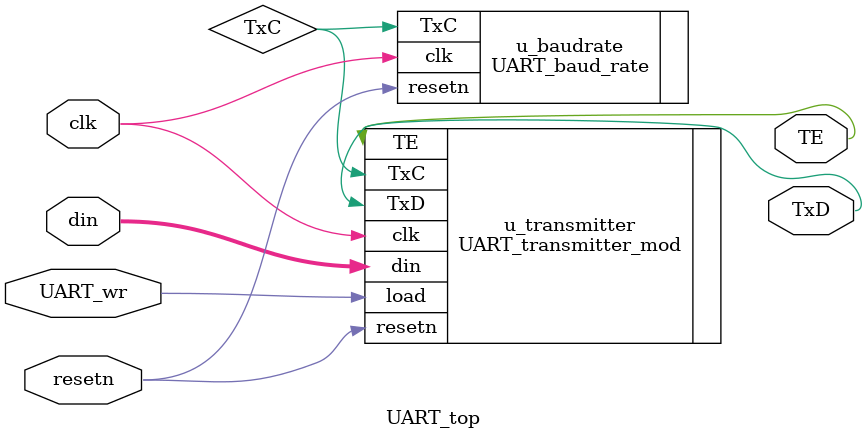
<source format=v>
/*
 * UART top module
 */
module UART_top(
  input       clk,
  input       resetn,
  input [7:0] din,
  input       UART_wr,

  output wire TE,
  output wire TxD
);

  /* inner wire */
  wire TxC;

  /* UART transmitter */
  UART_transmitter_mod u_transmitter(
    .clk(clk),
    .resetn(resetn),
    .TxC(TxC),
    .load(UART_wr),
    .din(din),

    .TE(TE),
    .TxD(TxD)
  );

  /* UART baud rate generator */
  UART_baud_rate u_baudrate(
    .clk(clk),
    .resetn(resetn),

    .TxC(TxC)
  );

endmodule
</source>
